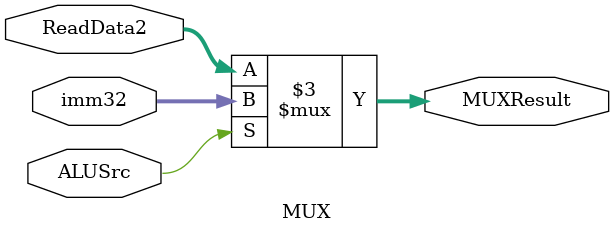
<source format=v>
`timescale 1ns / 1ps


module MUX(
  input ALUSrc,
  input [31:0] ReadData2,
  input [31:0] imm32,
  output reg [31:0] MUXResult
  );
  always @ * 
     if(ALUSrc)MUXResult= imm32;
     else MUXResult=ReadData2;
endmodule

</source>
